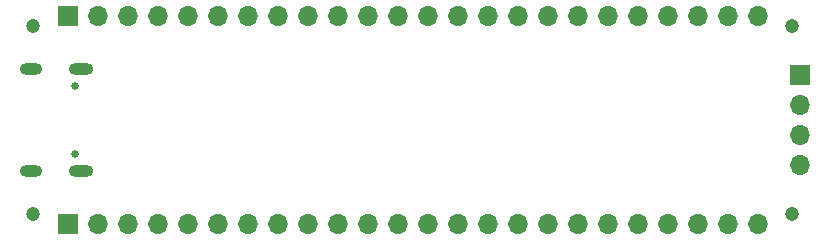
<source format=gbs>
%TF.GenerationSoftware,KiCad,Pcbnew,7.0.10*%
%TF.CreationDate,2024-02-06T11:27:38+08:00*%
%TF.ProjectId,UINIO-MCU-STM32F103C8T6,55494e49-4f2d-44d4-9355-2d53544d3332,Version 2.0.0*%
%TF.SameCoordinates,PX72c1710PY5584170*%
%TF.FileFunction,Soldermask,Bot*%
%TF.FilePolarity,Negative*%
%FSLAX46Y46*%
G04 Gerber Fmt 4.6, Leading zero omitted, Abs format (unit mm)*
G04 Created by KiCad (PCBNEW 7.0.10) date 2024-02-06 11:27:38*
%MOMM*%
%LPD*%
G01*
G04 APERTURE LIST*
%ADD10R,1.700000X1.700000*%
%ADD11O,1.700000X1.700000*%
%ADD12C,1.200000*%
%ADD13C,0.650000*%
%ADD14O,2.100000X1.000000*%
%ADD15O,1.900000X1.000000*%
G04 APERTURE END LIST*
D10*
%TO.C,J3*%
X63960000Y-6367130D03*
D11*
X63960000Y-8907130D03*
X63960000Y-11447130D03*
X63960000Y-13987130D03*
%TD*%
D12*
%TO.C,HOLE\u002A\u002A*%
X-920940Y-2190000D03*
%TD*%
%TO.C,HOLE\u002A\u002A*%
X63339060Y-2190000D03*
%TD*%
%TO.C,HOLE\u002A\u002A*%
X63290000Y-18130000D03*
%TD*%
D13*
%TO.C,USB1*%
X2568060Y-7282130D03*
X2568060Y-13062130D03*
D14*
X3068060Y-5847130D03*
X3068060Y-14497130D03*
D15*
X-1131940Y-5847130D03*
X-1131940Y-14497130D03*
%TD*%
D12*
%TO.C,HOLE\u002A\u002A*%
X-970000Y-18130000D03*
%TD*%
D10*
%TO.C,J1*%
X1999060Y-1342130D03*
D11*
X4539060Y-1342130D03*
X7079060Y-1342130D03*
X9619060Y-1342130D03*
X12159060Y-1342130D03*
X14699060Y-1342130D03*
X17239060Y-1342130D03*
X19779060Y-1342130D03*
X22319060Y-1342130D03*
X24859060Y-1342130D03*
X27399060Y-1342130D03*
X29939060Y-1342130D03*
X32479060Y-1342130D03*
X35019060Y-1342130D03*
X37559060Y-1342130D03*
X40099060Y-1342130D03*
X42639060Y-1342130D03*
X45179060Y-1342130D03*
X47719060Y-1342130D03*
X50259060Y-1342130D03*
X52799060Y-1342130D03*
X55339060Y-1342130D03*
X57879060Y-1342130D03*
X60419060Y-1342130D03*
%TD*%
D10*
%TO.C,J2*%
X1999060Y-18982130D03*
D11*
X4539060Y-18982130D03*
X7079060Y-18982130D03*
X9619060Y-18982130D03*
X12159060Y-18982130D03*
X14699060Y-18982130D03*
X17239060Y-18982130D03*
X19779060Y-18982130D03*
X22319060Y-18982130D03*
X24859060Y-18982130D03*
X27399060Y-18982130D03*
X29939060Y-18982130D03*
X32479060Y-18982130D03*
X35019060Y-18982130D03*
X37559060Y-18982130D03*
X40099060Y-18982130D03*
X42639060Y-18982130D03*
X45179060Y-18982130D03*
X47719060Y-18982130D03*
X50259060Y-18982130D03*
X52799060Y-18982130D03*
X55339060Y-18982130D03*
X57879060Y-18982130D03*
X60419060Y-18982130D03*
%TD*%
M02*

</source>
